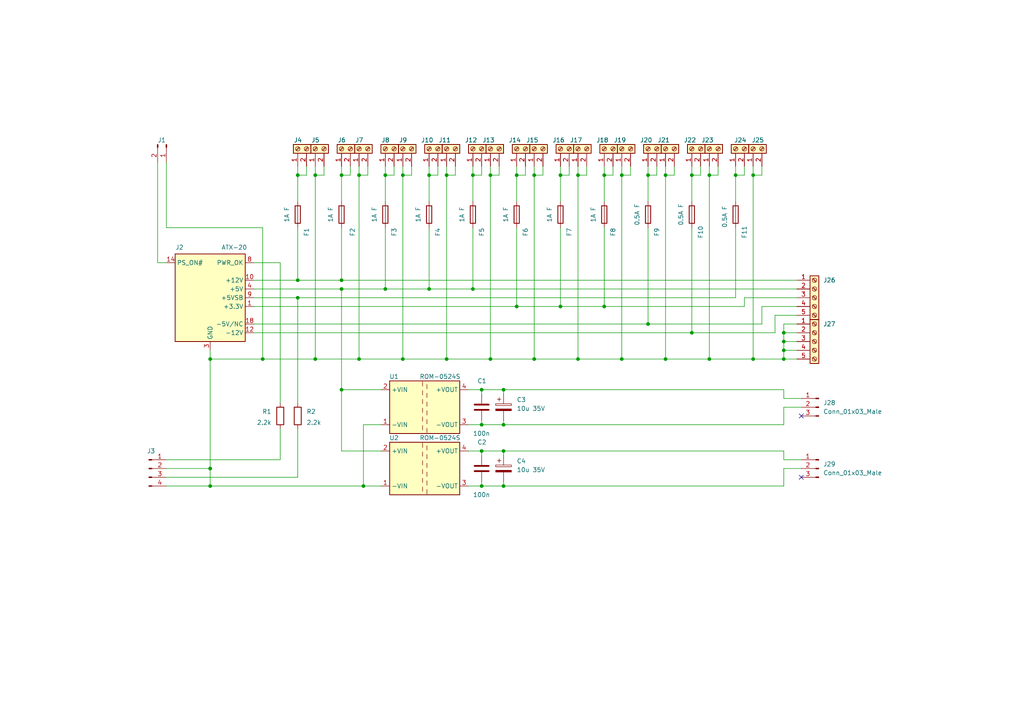
<source format=kicad_sch>
(kicad_sch (version 20211123) (generator eeschema)
  (paper "A4")
  (title_block (title "Power distribution module") (date "2025-03-16") (rev "1.0") (company "Pozsar Zsolt") (comment 1 "Zacchaeus Microcomputer"))
  (lib_symbols
    (symbol "Connector:ATX-20"
      (property "Reference" "J" (at -8.89 13.97 0))
      (property "Value" "ATX-20" (at 6.35 13.97 0))
      (symbol "ATX-20_0_1"
        (rectangle (start -10.16 12.7) (end 10.16 -12.7) (stroke (width 0.254)) (fill (type background)))
      )
      (symbol "ATX-20_1_1"
        (pin power_out line (at 12.7 -2.54 180) (length 2.54) (name "+3.3V") (number "1"))
        (pin power_out line (at 12.7 5.08 180) (length 2.54) (name "+12V") (number "10"))
        (pin passive line (at 12.7 -2.54 180) (length 2.54) hide (name "+3.3V") (number "11"))
        (pin power_out line (at 12.7 -10.16 180) (length 2.54) (name "-12V") (number "12"))
        (pin passive line (at 0 -15.24 90) (length 2.54) hide (name "GND") (number "13"))
        (pin open_collector line (at -12.7 10.16 0) (length 2.54) (name "PS_ON#") (number "14"))
        (pin passive line (at 0 -15.24 90) (length 2.54) hide (name "GND") (number "15"))
        (pin passive line (at 0 -15.24 90) (length 2.54) hide (name "GND") (number "16"))
        (pin passive line (at 0 -15.24 90) (length 2.54) hide (name "GND") (number "17"))
        (pin power_out line (at 12.7 -7.62 180) (length 2.54) (name "-5V/NC") (number "18"))
        (pin passive line (at 12.7 2.54 180) (length 2.54) hide (name "+5V") (number "19"))
        (pin passive line (at 12.7 -2.54 180) (length 2.54) hide (name "+3.3V") (number "2"))
        (pin passive line (at 12.7 2.54 180) (length 2.54) hide (name "+5V") (number "20"))
        (pin power_out line (at 0 -15.24 90) (length 2.54) (name "GND") (number "3"))
        (pin power_out line (at 12.7 2.54 180) (length 2.54) (name "+5V") (number "4"))
        (pin passive line (at 0 -15.24 90) (length 2.54) hide (name "GND") (number "5"))
        (pin passive line (at 12.7 2.54 180) (length 2.54) hide (name "+5V") (number "6"))
        (pin passive line (at 0 -15.24 90) (length 2.54) hide (name "GND") (number "7"))
        (pin output line (at 12.7 10.16 180) (length 2.54) (name "PWR_OK") (number "8"))
        (pin power_out line (at 12.7 0 180) (length 2.54) (name "+5VSB") (number "9"))
      )
    )
    (symbol "Connector:Conn_01x02_Male" (pin_names (offset 1.016) hide)
      (property "Reference" "J" (at 0 2.54 0))
      (property "Value" "Conn_01x02_Male" (at 0 -5.08 0))
      (symbol "Conn_01x02_Male_1_1"
        (polyline (pts (xy 1.27 -2.54) (xy 0.8636 -2.54)) (stroke (width 0.1524)))
        (polyline (pts (xy 1.27 0) (xy 0.8636 0)) (stroke (width 0.1524)))
        (rectangle (start 0.8636 -2.413) (end 0 -2.667) (stroke (width 0.1524)) (fill (type outline)))
        (rectangle (start 0.8636 0.127) (end 0 -0.127) (stroke (width 0.1524)) (fill (type outline)))
        (pin passive line (at 5.08 0 180) (length 3.81) (name "Pin_1") (number "1"))
        (pin passive line (at 5.08 -2.54 180) (length 3.81) (name "Pin_2") (number "2"))
      )
    )
    (symbol "Connector:Conn_01x03_Male" (pin_names (offset 1.016) hide)
      (property "Reference" "J" (at 0 5.08 0))
      (property "Value" "Conn_01x03_Male" (at 0 -5.08 0))
      (symbol "Conn_01x03_Male_1_1"
        (polyline (pts (xy 1.27 -2.54) (xy 0.8636 -2.54)) (stroke (width 0.1524)))
        (polyline (pts (xy 1.27 0) (xy 0.8636 0)) (stroke (width 0.1524)))
        (polyline (pts (xy 1.27 2.54) (xy 0.8636 2.54)) (stroke (width 0.1524)))
        (rectangle (start 0.8636 -2.413) (end 0 -2.667) (stroke (width 0.1524)) (fill (type outline)))
        (rectangle (start 0.8636 0.127) (end 0 -0.127) (stroke (width 0.1524)) (fill (type outline)))
        (rectangle (start 0.8636 2.667) (end 0 2.413) (stroke (width 0.1524)) (fill (type outline)))
        (pin passive line (at 5.08 2.54 180) (length 3.81) (name "Pin_1") (number "1"))
        (pin passive line (at 5.08 0 180) (length 3.81) (name "Pin_2") (number "2"))
        (pin passive line (at 5.08 -2.54 180) (length 3.81) (name "Pin_3") (number "3"))
      )
    )
    (symbol "Connector:Conn_01x04_Male" (pin_names (offset 1.016) hide)
      (property "Reference" "J" (at 0 5.08 0))
      (property "Value" "Conn_01x04_Male" (at 0 -7.62 0))
      (symbol "Conn_01x04_Male_1_1"
        (polyline (pts (xy 1.27 -5.08) (xy 0.8636 -5.08)) (stroke (width 0.1524)))
        (polyline (pts (xy 1.27 -2.54) (xy 0.8636 -2.54)) (stroke (width 0.1524)))
        (polyline (pts (xy 1.27 0) (xy 0.8636 0)) (stroke (width 0.1524)))
        (polyline (pts (xy 1.27 2.54) (xy 0.8636 2.54)) (stroke (width 0.1524)))
        (rectangle (start 0.8636 -4.953) (end 0 -5.207) (stroke (width 0.1524)) (fill (type outline)))
        (rectangle (start 0.8636 -2.413) (end 0 -2.667) (stroke (width 0.1524)) (fill (type outline)))
        (rectangle (start 0.8636 0.127) (end 0 -0.127) (stroke (width 0.1524)) (fill (type outline)))
        (rectangle (start 0.8636 2.667) (end 0 2.413) (stroke (width 0.1524)) (fill (type outline)))
        (pin passive line (at 5.08 2.54 180) (length 3.81) (name "Pin_1") (number "1"))
        (pin passive line (at 5.08 0 180) (length 3.81) (name "Pin_2") (number "2"))
        (pin passive line (at 5.08 -2.54 180) (length 3.81) (name "Pin_3") (number "3"))
        (pin passive line (at 5.08 -5.08 180) (length 3.81) (name "Pin_4") (number "4"))
      )
    )
    (symbol "Connector:Screw_Terminal_01x02" (pin_names (offset 1.016) hide)
      (property "Reference" "J" (at 0 2.54 0))
      (property "Value" "Screw_Terminal_01x02" (at 0 -5.08 0))
      (symbol "Screw_Terminal_01x02_1_1"
        (rectangle (start -1.27 1.27) (end 1.27 -3.81) (stroke (width 0.254)) (fill (type background)))
        (circle (center 0 -2.54) (radius 0.635) (stroke (width 0.1524)))
        (polyline (pts (xy -0.5334 -2.2098) (xy 0.3302 -3.048)) (stroke (width 0.1524)))
        (polyline (pts (xy -0.5334 0.3302) (xy 0.3302 -0.508)) (stroke (width 0.1524)))
        (polyline (pts (xy -0.3556 -2.032) (xy 0.508 -2.8702)) (stroke (width 0.1524)))
        (polyline (pts (xy -0.3556 0.508) (xy 0.508 -0.3302)) (stroke (width 0.1524)))
        (circle (center 0 0) (radius 0.635) (stroke (width 0.1524)))
        (pin passive line (at -5.08 0 0) (length 3.81) (name "Pin_1") (number "1"))
        (pin passive line (at -5.08 -2.54 0) (length 3.81) (name "Pin_2") (number "2"))
      )
    )
    (symbol "Connector:Screw_Terminal_01x05" (pin_names (offset 1.016) hide)
      (property "Reference" "J" (at 0 7.62 0))
      (property "Value" "Screw_Terminal_01x05" (at 0 -7.62 0))
      (symbol "Screw_Terminal_01x05_1_1"
        (rectangle (start -1.27 6.35) (end 1.27 -6.35) (stroke (width 0.254)) (fill (type background)))
        (circle (center 0 -5.08) (radius 0.635) (stroke (width 0.1524)))
        (circle (center 0 -2.54) (radius 0.635) (stroke (width 0.1524)))
        (polyline (pts (xy -0.5334 -4.7498) (xy 0.3302 -5.588)) (stroke (width 0.1524)))
        (polyline (pts (xy -0.5334 -2.2098) (xy 0.3302 -3.048)) (stroke (width 0.1524)))
        (polyline (pts (xy -0.5334 0.3302) (xy 0.3302 -0.508)) (stroke (width 0.1524)))
        (polyline (pts (xy -0.5334 2.8702) (xy 0.3302 2.032)) (stroke (width 0.1524)))
        (polyline (pts (xy -0.5334 5.4102) (xy 0.3302 4.572)) (stroke (width 0.1524)))
        (polyline (pts (xy -0.3556 -4.572) (xy 0.508 -5.4102)) (stroke (width 0.1524)))
        (polyline (pts (xy -0.3556 -2.032) (xy 0.508 -2.8702)) (stroke (width 0.1524)))
        (polyline (pts (xy -0.3556 0.508) (xy 0.508 -0.3302)) (stroke (width 0.1524)))
        (polyline (pts (xy -0.3556 3.048) (xy 0.508 2.2098)) (stroke (width 0.1524)))
        (polyline (pts (xy -0.3556 5.588) (xy 0.508 4.7498)) (stroke (width 0.1524)))
        (circle (center 0 0) (radius 0.635) (stroke (width 0.1524)))
        (circle (center 0 2.54) (radius 0.635) (stroke (width 0.1524)))
        (circle (center 0 5.08) (radius 0.635) (stroke (width 0.1524)))
        (pin passive line (at -5.08 5.08 0) (length 3.81) (name "Pin_1") (number "1"))
        (pin passive line (at -5.08 2.54 0) (length 3.81) (name "Pin_2") (number "2"))
        (pin passive line (at -5.08 0 0) (length 3.81) (name "Pin_3") (number "3"))
        (pin passive line (at -5.08 -2.54 0) (length 3.81) (name "Pin_4") (number "4"))
        (pin passive line (at -5.08 -5.08 0) (length 3.81) (name "Pin_5") (number "5"))
      )
    )
    (symbol "Device:C" (pin_numbers hide) (pin_names (offset 0.254))
      (property "Reference" "C" (at 0.635 2.54 0))
      (property "Value" "C" (at 0.635 -2.54 0))
      (symbol "C_0_1"
        (polyline (pts (xy -2.032 -0.762) (xy 2.032 -0.762)) (stroke (width 0.508)))
        (polyline (pts (xy -2.032 0.762) (xy 2.032 0.762)) (stroke (width 0.508)))
      )
      (symbol "C_1_1"
        (pin passive line (at 0 3.81 270) (length 2.794) (name "~") (number "1"))
        (pin passive line (at 0 -3.81 90) (length 2.794) (name "~") (number "2"))
      )
    )
    (symbol "Device:C_Polarized" (pin_numbers hide) (pin_names (offset 0.254))
      (property "Reference" "C" (at 0.635 2.54 0))
      (property "Value" "C_Polarized" (at 0.635 -2.54 0))
      (symbol "C_Polarized_0_1"
        (rectangle (start -2.286 0.508) (end 2.286 1.016))
        (polyline (pts (xy -1.778 2.286) (xy -0.762 2.286)))
        (polyline (pts (xy -1.27 2.794) (xy -1.27 1.778)))
        (rectangle (start 2.286 -0.508) (end -2.286 -1.016) (fill (type outline)))
      )
      (symbol "C_Polarized_1_1"
        (pin passive line (at 0 3.81 270) (length 2.794) (name "~") (number "1"))
        (pin passive line (at 0 -3.81 90) (length 2.794) (name "~") (number "2"))
      )
    )
    (symbol "Device:Fuse" (pin_numbers hide) (pin_names (offset 0))
      (property "Reference" "F" (at 2.032 0 90))
      (property "Value" "Fuse" (at -1.905 0 90))
      (symbol "Fuse_0_1"
        (rectangle (start -0.762 -2.54) (end 0.762 2.54) (stroke (width 0.254)))
        (polyline (pts (xy 0 2.54) (xy 0 -2.54)))
      )
      (symbol "Fuse_1_1"
        (pin passive line (at 0 3.81 270) (length 1.27) (name "~") (number "1"))
        (pin passive line (at 0 -3.81 90) (length 1.27) (name "~") (number "2"))
      )
    )
    (symbol "Device:R" (pin_numbers hide) (pin_names (offset 0))
      (property "Reference" "R" (at 2.032 0 90))
      (property "Value" "R" (at 0 0 90))
      (symbol "R_0_1"
        (rectangle (start -1.016 -2.54) (end 1.016 2.54) (stroke (width 0.254)))
      )
      (symbol "R_1_1"
        (pin passive line (at 0 3.81 270) (length 1.27) (name "~") (number "1"))
        (pin passive line (at 0 -3.81 90) (length 1.27) (name "~") (number "2"))
      )
    )
    (symbol "Regulator_Switching:CRE1S0505SC"
      (property "Reference" "U" (at -8.89 8.89 0))
      (property "Value" "CRE1S0505SC" (at 2.54 8.89 0))
      (symbol "CRE1S0505SC_0_1"
        (rectangle (start -10.16 7.62) (end 10.16 -7.62) (stroke (width 0.254)) (fill (type background)))
        (polyline (pts (xy -0.635 -5.334) (xy -0.635 -6.604)))
        (polyline (pts (xy -0.635 -2.794) (xy -0.635 -4.064)))
        (polyline (pts (xy -0.635 -0.254) (xy -0.635 -1.524)))
        (polyline (pts (xy -0.635 2.286) (xy -0.635 1.016)))
        (polyline (pts (xy -0.635 4.826) (xy -0.635 3.556)))
        (polyline (pts (xy -0.635 7.366) (xy -0.635 6.096)))
        (polyline (pts (xy 0.635 -7.366) (xy 0.635 -6.096)))
        (polyline (pts (xy 0.635 -4.826) (xy 0.635 -3.556)))
        (polyline (pts (xy 0.635 -2.286) (xy 0.635 -1.016)))
        (polyline (pts (xy 0.635 0.254) (xy 0.635 1.524)))
        (polyline (pts (xy 0.635 2.794) (xy 0.635 4.064)))
        (polyline (pts (xy 0.635 5.334) (xy 0.635 6.604)))
      )
      (symbol "CRE1S0505SC_1_1"
        (pin power_in line (at -12.7 -5.08 0) (length 2.54) (name "-VIN") (number "1"))
        (pin power_in line (at -12.7 5.08 0) (length 2.54) (name "+VIN") (number "2"))
        (pin power_out line (at 12.7 -5.08 180) (length 2.54) (name "-VOUT") (number "3"))
        (pin power_out line (at 12.7 5.08 180) (length 2.54) (name "+VOUT") (number "4"))
      )
    )
  )
  (junction (at 146.05 113.03))
  (junction (at 142.24 50.8))
  (junction (at 146.05 130.81))
  (junction (at 104.14 50.8))
  (junction (at 129.54 50.8))
  (junction (at 218.44 104.14))
  (junction (at 104.14 104.14))
  (junction (at 193.04 104.14))
  (junction (at 154.94 50.8))
  (junction (at 162.56 88.9))
  (junction (at 124.46 83.82))
  (junction (at 60.96 104.14))
  (junction (at 193.04 50.8))
  (junction (at 200.66 96.52))
  (junction (at 116.84 104.14))
  (junction (at 180.34 104.14))
  (junction (at 86.36 86.36))
  (junction (at 60.96 140.97))
  (junction (at 111.76 83.82))
  (junction (at 99.06 50.8))
  (junction (at 175.26 50.8))
  (junction (at 137.16 50.8))
  (junction (at 111.76 50.8))
  (junction (at 227.33 101.6))
  (junction (at 200.66 50.8))
  (junction (at 139.7 123.19))
  (junction (at 99.06 113.03))
  (junction (at 162.56 50.8))
  (junction (at 167.64 104.14))
  (junction (at 139.7 113.03))
  (junction (at 60.96 135.89))
  (junction (at 76.2 104.14))
  (junction (at 205.74 50.8))
  (junction (at 227.33 99.06))
  (junction (at 86.36 81.28))
  (junction (at 218.44 50.8))
  (junction (at 213.36 50.8))
  (junction (at 137.16 83.82))
  (junction (at 129.54 104.14))
  (junction (at 149.86 88.9))
  (junction (at 146.05 140.97))
  (junction (at 99.06 83.82))
  (junction (at 149.86 50.8))
  (junction (at 180.34 50.8))
  (junction (at 91.44 50.8))
  (junction (at 116.84 50.8))
  (junction (at 187.96 93.98))
  (junction (at 227.33 104.14))
  (junction (at 227.33 96.52))
  (junction (at 175.26 88.9))
  (junction (at 139.7 130.81))
  (junction (at 105.41 140.97))
  (junction (at 205.74 104.14))
  (junction (at 167.64 50.8))
  (junction (at 187.96 50.8))
  (junction (at 139.7 140.97))
  (junction (at 154.94 104.14))
  (junction (at 146.05 123.19))
  (junction (at 124.46 50.8))
  (junction (at 91.44 104.14))
  (junction (at 142.24 104.14))
  (junction (at 99.06 81.28))
  (junction (at 86.36 50.8))
  (no_connect (at 232.41 120.65))
  (no_connect (at 232.41 138.43))
  (wire (pts (xy 104.14 50.8) (xy 106.68 50.8)))
  (wire (pts (xy 48.26 133.35) (xy 81.28 133.35)))
  (wire (pts (xy 99.06 113.03) (xy 99.06 83.82)))
  (wire (pts (xy 227.33 135.89) (xy 232.41 135.89)))
  (wire (pts (xy 86.36 48.26) (xy 86.36 50.8)))
  (wire (pts (xy 81.28 76.2) (xy 81.28 116.84)))
  (wire (pts (xy 205.74 50.8) (xy 205.74 104.14)))
  (wire (pts (xy 101.6 50.8) (xy 101.6 48.26)))
  (wire (pts (xy 200.66 48.26) (xy 200.66 50.8)))
  (wire (pts (xy 227.33 96.52) (xy 231.14 96.52)))
  (wire (pts (xy 91.44 50.8) (xy 91.44 104.14)))
  (wire (pts (xy 86.36 50.8) (xy 88.9 50.8)))
  (wire (pts (xy 200.66 66.04) (xy 200.66 96.52)))
  (wire (pts (xy 162.56 50.8) (xy 165.1 50.8)))
  (wire (pts (xy 137.16 58.42) (xy 137.16 50.8)))
  (wire (pts (xy 137.16 83.82) (xy 137.16 66.04)))
  (wire (pts (xy 175.26 88.9) (xy 175.26 66.04)))
  (wire (pts (xy 86.36 86.36) (xy 213.36 86.36)))
  (wire (pts (xy 86.36 81.28) (xy 86.36 66.04)))
  (wire (pts (xy 142.24 50.8) (xy 142.24 104.14)))
  (wire (pts (xy 73.66 81.28) (xy 86.36 81.28)))
  (wire (pts (xy 227.33 104.14) (xy 231.14 104.14)))
  (wire (pts (xy 213.36 58.42) (xy 213.36 50.8)))
  (wire (pts (xy 215.9 88.9) (xy 215.9 86.36)))
  (wire (pts (xy 227.33 93.98) (xy 227.33 96.52)))
  (wire (pts (xy 99.06 81.28) (xy 99.06 66.04)))
  (wire (pts (xy 232.41 133.35) (xy 227.33 133.35)))
  (wire (pts (xy 149.86 58.42) (xy 149.86 50.8)))
  (wire (pts (xy 170.18 50.8) (xy 170.18 48.26)))
  (wire (pts (xy 142.24 104.14) (xy 154.94 104.14)))
  (wire (pts (xy 154.94 104.14) (xy 167.64 104.14)))
  (wire (pts (xy 135.89 130.81) (xy 139.7 130.81)))
  (wire (pts (xy 88.9 50.8) (xy 88.9 48.26)))
  (wire (pts (xy 48.26 140.97) (xy 60.96 140.97)))
  (wire (pts (xy 60.96 101.6) (xy 60.96 104.14)))
  (wire (pts (xy 124.46 83.82) (xy 124.46 66.04)))
  (wire (pts (xy 220.98 93.98) (xy 220.98 88.9)))
  (wire (pts (xy 129.54 50.8) (xy 129.54 104.14)))
  (wire (pts (xy 91.44 104.14) (xy 104.14 104.14)))
  (wire (pts (xy 227.33 99.06) (xy 231.14 99.06)))
  (wire (pts (xy 205.74 50.8) (xy 208.28 50.8)))
  (wire (pts (xy 99.06 83.82) (xy 111.76 83.82)))
  (wire (pts (xy 227.33 101.6) (xy 227.33 104.14)))
  (wire (pts (xy 142.24 50.8) (xy 144.78 50.8)))
  (wire (pts (xy 139.7 130.81) (xy 139.7 132.08)))
  (wire (pts (xy 227.33 99.06) (xy 227.33 101.6)))
  (wire (pts (xy 91.44 50.8) (xy 93.98 50.8)))
  (wire (pts (xy 81.28 124.46) (xy 81.28 133.35)))
  (wire (pts (xy 124.46 50.8) (xy 127 50.8)))
  (wire (pts (xy 105.41 123.19) (xy 105.41 140.97)))
  (wire (pts (xy 167.64 50.8) (xy 170.18 50.8)))
  (wire (pts (xy 227.33 133.35) (xy 227.33 130.81)))
  (wire (pts (xy 220.98 50.8) (xy 220.98 48.26)))
  (wire (pts (xy 203.2 50.8) (xy 203.2 48.26)))
  (wire (pts (xy 139.7 139.7) (xy 139.7 140.97)))
  (wire (pts (xy 218.44 48.26) (xy 218.44 50.8)))
  (wire (pts (xy 73.66 83.82) (xy 99.06 83.82)))
  (wire (pts (xy 193.04 50.8) (xy 193.04 104.14)))
  (wire (pts (xy 175.26 88.9) (xy 215.9 88.9)))
  (wire (pts (xy 73.66 93.98) (xy 187.96 93.98)))
  (wire (pts (xy 195.58 50.8) (xy 195.58 48.26)))
  (wire (pts (xy 60.96 140.97) (xy 60.96 135.89)))
  (wire (pts (xy 162.56 88.9) (xy 149.86 88.9)))
  (wire (pts (xy 146.05 123.19) (xy 227.33 123.19)))
  (wire (pts (xy 193.04 104.14) (xy 205.74 104.14)))
  (wire (pts (xy 45.72 76.2) (xy 45.72 46.99)))
  (wire (pts (xy 139.7 50.8) (xy 139.7 48.26)))
  (wire (pts (xy 187.96 48.26) (xy 187.96 50.8)))
  (wire (pts (xy 139.7 121.92) (xy 139.7 123.19)))
  (wire (pts (xy 81.28 76.2) (xy 73.66 76.2)))
  (wire (pts (xy 152.4 50.8) (xy 152.4 48.26)))
  (wire (pts (xy 139.7 123.19) (xy 146.05 123.19)))
  (wire (pts (xy 127 50.8) (xy 127 48.26)))
  (wire (pts (xy 76.2 66.04) (xy 76.2 104.14)))
  (wire (pts (xy 48.26 66.04) (xy 76.2 66.04)))
  (wire (pts (xy 48.26 76.2) (xy 45.72 76.2)))
  (wire (pts (xy 180.34 50.8) (xy 182.88 50.8)))
  (wire (pts (xy 99.06 50.8) (xy 101.6 50.8)))
  (wire (pts (xy 208.28 50.8) (xy 208.28 48.26)))
  (wire (pts (xy 162.56 58.42) (xy 162.56 50.8)))
  (wire (pts (xy 86.36 124.46) (xy 86.36 138.43)))
  (wire (pts (xy 218.44 50.8) (xy 218.44 104.14)))
  (wire (pts (xy 60.96 140.97) (xy 105.41 140.97)))
  (wire (pts (xy 218.44 104.14) (xy 227.33 104.14)))
  (wire (pts (xy 149.86 50.8) (xy 152.4 50.8)))
  (wire (pts (xy 99.06 48.26) (xy 99.06 50.8)))
  (wire (pts (xy 215.9 86.36) (xy 231.14 86.36)))
  (wire (pts (xy 227.33 115.57) (xy 227.33 113.03)))
  (wire (pts (xy 154.94 50.8) (xy 154.94 104.14)))
  (wire (pts (xy 146.05 113.03) (xy 227.33 113.03)))
  (wire (pts (xy 205.74 104.14) (xy 218.44 104.14)))
  (wire (pts (xy 177.8 50.8) (xy 177.8 48.26)))
  (wire (pts (xy 114.3 50.8) (xy 114.3 48.26)))
  (wire (pts (xy 137.16 48.26) (xy 137.16 50.8)))
  (wire (pts (xy 124.46 58.42) (xy 124.46 50.8)))
  (wire (pts (xy 48.26 135.89) (xy 60.96 135.89)))
  (wire (pts (xy 135.89 113.03) (xy 139.7 113.03)))
  (wire (pts (xy 146.05 140.97) (xy 227.33 140.97)))
  (wire (pts (xy 146.05 130.81) (xy 146.05 132.08)))
  (wire (pts (xy 73.66 86.36) (xy 86.36 86.36)))
  (wire (pts (xy 200.66 96.52) (xy 73.66 96.52)))
  (wire (pts (xy 60.96 104.14) (xy 76.2 104.14)))
  (wire (pts (xy 91.44 48.26) (xy 91.44 50.8)))
  (wire (pts (xy 190.5 50.8) (xy 190.5 48.26)))
  (wire (pts (xy 167.64 104.14) (xy 180.34 104.14)))
  (wire (pts (xy 132.08 50.8) (xy 132.08 48.26)))
  (wire (pts (xy 76.2 104.14) (xy 91.44 104.14)))
  (wire (pts (xy 139.7 130.81) (xy 146.05 130.81)))
  (wire (pts (xy 48.26 138.43) (xy 86.36 138.43)))
  (wire (pts (xy 227.33 140.97) (xy 227.33 135.89)))
  (wire (pts (xy 154.94 50.8) (xy 157.48 50.8)))
  (wire (pts (xy 149.86 48.26) (xy 149.86 50.8)))
  (wire (pts (xy 175.26 48.26) (xy 175.26 50.8)))
  (wire (pts (xy 106.68 50.8) (xy 106.68 48.26)))
  (wire (pts (xy 139.7 113.03) (xy 146.05 113.03)))
  (wire (pts (xy 146.05 113.03) (xy 146.05 114.3)))
  (wire (pts (xy 111.76 48.26) (xy 111.76 50.8)))
  (wire (pts (xy 175.26 58.42) (xy 175.26 50.8)))
  (wire (pts (xy 129.54 104.14) (xy 142.24 104.14)))
  (wire (pts (xy 162.56 66.04) (xy 162.56 88.9)))
  (wire (pts (xy 111.76 83.82) (xy 124.46 83.82)))
  (wire (pts (xy 200.66 58.42) (xy 200.66 50.8)))
  (wire (pts (xy 175.26 50.8) (xy 177.8 50.8)))
  (wire (pts (xy 111.76 50.8) (xy 114.3 50.8)))
  (wire (pts (xy 187.96 66.04) (xy 187.96 93.98)))
  (wire (pts (xy 213.36 48.26) (xy 213.36 50.8)))
  (wire (pts (xy 139.7 113.03) (xy 139.7 114.3)))
  (wire (pts (xy 119.38 50.8) (xy 119.38 48.26)))
  (wire (pts (xy 129.54 50.8) (xy 132.08 50.8)))
  (wire (pts (xy 213.36 86.36) (xy 213.36 66.04)))
  (wire (pts (xy 162.56 48.26) (xy 162.56 50.8)))
  (wire (pts (xy 60.96 135.89) (xy 60.96 104.14)))
  (wire (pts (xy 193.04 48.26) (xy 193.04 50.8)))
  (wire (pts (xy 99.06 81.28) (xy 231.14 81.28)))
  (wire (pts (xy 231.14 93.98) (xy 227.33 93.98)))
  (wire (pts (xy 48.26 46.99) (xy 48.26 66.04)))
  (wire (pts (xy 99.06 113.03) (xy 99.06 130.81)))
  (wire (pts (xy 86.36 86.36) (xy 86.36 116.84)))
  (wire (pts (xy 200.66 96.52) (xy 224.79 96.52)))
  (wire (pts (xy 187.96 58.42) (xy 187.96 50.8)))
  (wire (pts (xy 116.84 50.8) (xy 119.38 50.8)))
  (wire (pts (xy 224.79 91.44) (xy 224.79 96.52)))
  (wire (pts (xy 146.05 139.7) (xy 146.05 140.97)))
  (wire (pts (xy 110.49 130.81) (xy 99.06 130.81)))
  (wire (pts (xy 110.49 123.19) (xy 105.41 123.19)))
  (wire (pts (xy 227.33 101.6) (xy 231.14 101.6)))
  (wire (pts (xy 116.84 48.26) (xy 116.84 50.8)))
  (wire (pts (xy 218.44 50.8) (xy 220.98 50.8)))
  (wire (pts (xy 124.46 83.82) (xy 137.16 83.82)))
  (wire (pts (xy 142.24 48.26) (xy 142.24 50.8)))
  (wire (pts (xy 232.41 115.57) (xy 227.33 115.57)))
  (wire (pts (xy 193.04 50.8) (xy 195.58 50.8)))
  (wire (pts (xy 182.88 50.8) (xy 182.88 48.26)))
  (wire (pts (xy 137.16 50.8) (xy 139.7 50.8)))
  (wire (pts (xy 124.46 48.26) (xy 124.46 50.8)))
  (wire (pts (xy 157.48 50.8) (xy 157.48 48.26)))
  (wire (pts (xy 139.7 140.97) (xy 146.05 140.97)))
  (wire (pts (xy 104.14 104.14) (xy 116.84 104.14)))
  (wire (pts (xy 149.86 88.9) (xy 149.86 66.04)))
  (wire (pts (xy 220.98 88.9) (xy 231.14 88.9)))
  (wire (pts (xy 180.34 50.8) (xy 180.34 104.14)))
  (wire (pts (xy 144.78 50.8) (xy 144.78 48.26)))
  (wire (pts (xy 86.36 81.28) (xy 99.06 81.28)))
  (wire (pts (xy 167.64 48.26) (xy 167.64 50.8)))
  (wire (pts (xy 200.66 50.8) (xy 203.2 50.8)))
  (wire (pts (xy 110.49 140.97) (xy 105.41 140.97)))
  (wire (pts (xy 135.89 140.97) (xy 139.7 140.97)))
  (wire (pts (xy 227.33 118.11) (xy 232.41 118.11)))
  (wire (pts (xy 116.84 50.8) (xy 116.84 104.14)))
  (wire (pts (xy 137.16 83.82) (xy 231.14 83.82)))
  (wire (pts (xy 162.56 88.9) (xy 175.26 88.9)))
  (wire (pts (xy 187.96 50.8) (xy 190.5 50.8)))
  (wire (pts (xy 187.96 93.98) (xy 220.98 93.98)))
  (wire (pts (xy 99.06 58.42) (xy 99.06 50.8)))
  (wire (pts (xy 146.05 121.92) (xy 146.05 123.19)))
  (wire (pts (xy 110.49 113.03) (xy 99.06 113.03)))
  (wire (pts (xy 213.36 50.8) (xy 215.9 50.8)))
  (wire (pts (xy 111.76 83.82) (xy 111.76 66.04)))
  (wire (pts (xy 116.84 104.14) (xy 129.54 104.14)))
  (wire (pts (xy 227.33 123.19) (xy 227.33 118.11)))
  (wire (pts (xy 93.98 50.8) (xy 93.98 48.26)))
  (wire (pts (xy 86.36 58.42) (xy 86.36 50.8)))
  (wire (pts (xy 167.64 50.8) (xy 167.64 104.14)))
  (wire (pts (xy 215.9 50.8) (xy 215.9 48.26)))
  (wire (pts (xy 104.14 50.8) (xy 104.14 104.14)))
  (wire (pts (xy 73.66 88.9) (xy 149.86 88.9)))
  (wire (pts (xy 129.54 48.26) (xy 129.54 50.8)))
  (wire (pts (xy 111.76 58.42) (xy 111.76 50.8)))
  (wire (pts (xy 180.34 104.14) (xy 193.04 104.14)))
  (wire (pts (xy 205.74 48.26) (xy 205.74 50.8)))
  (wire (pts (xy 104.14 48.26) (xy 104.14 50.8)))
  (wire (pts (xy 146.05 130.81) (xy 227.33 130.81)))
  (wire (pts (xy 165.1 50.8) (xy 165.1 48.26)))
  (wire (pts (xy 224.79 91.44) (xy 231.14 91.44)))
  (wire (pts (xy 227.33 96.52) (xy 227.33 99.06)))
  (wire (pts (xy 154.94 48.26) (xy 154.94 50.8)))
  (wire (pts (xy 135.89 123.19) (xy 139.7 123.19)))
  (wire (pts (xy 180.34 48.26) (xy 180.34 50.8)))
  (symbol (lib_id "Device:R") (at 81.28 120.65 0) (unit 1)
    (property "Reference" "R1" (at 78.74 119.38 0) (effects (justify right)))
    (property "Value" "2.2k" (at 78.74 122.555 0) (effects (justify right)))
    (property "Footprint" "Resistor_THT:R_Axial_DIN0309_L9.0mm_D3.2mm_P12.70mm_Horizontal" (effects hide))
  )
  (symbol (lib_id "Connector:Screw_Terminal_01x05") (at 236.22 86.36 0) (unit 1)
    (property "Reference" "J26" (at 238.76 81.28 0) (effects (justify left)))
    (property "Value" "Screw_Terminal_01x05" (effects hide))
    (property "Footprint" "TerminalBlock:TerminalBlock_bornier-5_P5.08mm" (effects hide))
  )
  (symbol (lib_id "Device:C") (at 139.7 118.11 0) (unit 1)
    (property "Reference" "C1" (at 138.43 110.49 0) (effects (justify left)))
    (property "Value" "100n" (at 137.16 125.73 0) (effects (justify left)))
    (property "Footprint" "Capacitor_THT:C_Disc_D5.0mm_W2.5mm_P2.50mm" (effects hide))
  )
  (symbol (lib_id "Device:Fuse") (at 124.46 62.23 180) (unit 1)
    (property "Reference" "F4" (at 127 67.31 90))
    (property "Value" "1A F" (at 121.285 62.23 90))
    (property "Footprint" "Fuse:Fuseholder_Cylinder-5x20mm_Stelvio-Kontek_PTF78_Horizontal_Open" (effects hide))
  )
  (symbol (lib_id "Connector:Screw_Terminal_01x02") (at 86.36 43.18 90) (unit 1)
    (property "Reference" "J4" (at 87.63 40.64 90) (effects (justify left)))
    (property "Value" "Screw_Terminal_01x02" (effects hide))
    (property "Footprint" "TerminalBlock:TerminalBlock_bornier-2_P5.08mm" (effects hide))
  )
  (symbol (lib_id "Device:C_Polarized") (at 146.05 135.89 0) (unit 1)
    (property "Reference" "C4" (at 149.86 133.7309 0) (effects (justify left)))
    (property "Value" "10u 35V" (at 149.86 136.2709 0) (effects (justify left)))
    (property "Footprint" "Capacitor_THT:CP_Radial_Tantal_D4.5mm_P2.50mm" (effects hide))
  )
  (symbol (lib_id "Connector:Screw_Terminal_01x02") (at 111.76 43.18 90) (unit 1)
    (property "Reference" "J8" (at 113.03 40.64 90) (effects (justify left)))
    (property "Value" "Screw_Terminal_01x02" (effects hide))
    (property "Footprint" "TerminalBlock:TerminalBlock_bornier-2_P5.08mm" (effects hide))
  )
  (symbol (lib_id "Device:Fuse") (at 149.86 62.23 180) (unit 1)
    (property "Reference" "F6" (at 152.4 67.31 90))
    (property "Value" "1A F" (at 146.685 62.23 90))
    (property "Footprint" "Fuse:Fuseholder_Cylinder-5x20mm_Stelvio-Kontek_PTF78_Horizontal_Open" (effects hide))
  )
  (symbol (lib_id "Connector:Screw_Terminal_01x05") (at 236.22 99.06 0) (unit 1)
    (property "Reference" "J27" (at 238.76 93.98 0) (effects (justify left)))
    (property "Value" "Screw_Terminal_01x05" (effects hide))
    (property "Footprint" "TerminalBlock:TerminalBlock_bornier-5_P5.08mm" (effects hide))
  )
  (symbol (lib_id "Connector:Screw_Terminal_01x02") (at 142.24 43.18 90) (unit 1)
    (property "Reference" "J13" (at 143.51 40.64 90) (effects (justify left)))
    (property "Value" "Screw_Terminal_01x02" (effects hide))
    (property "Footprint" "TerminalBlock:TerminalBlock_bornier-2_P5.08mm" (effects hide))
  )
  (symbol (lib_id "Connector:Screw_Terminal_01x02") (at 129.54 43.18 90) (unit 1)
    (property "Reference" "J11" (at 130.81 40.64 90) (effects (justify left)))
    (property "Value" "Screw_Terminal_01x02" (effects hide))
    (property "Footprint" "TerminalBlock:TerminalBlock_bornier-2_P5.08mm" (effects hide))
  )
  (symbol (lib_id "Device:Fuse") (at 86.36 62.23 180) (unit 1)
    (property "Reference" "F1" (at 88.9 67.31 90))
    (property "Value" "1A F" (at 83.185 62.23 90))
    (property "Footprint" "Fuse:Fuseholder_Cylinder-5x20mm_Stelvio-Kontek_PTF78_Horizontal_Open" (effects hide))
  )
  (symbol (lib_id "Connector:Screw_Terminal_01x02") (at 91.44 43.18 90) (unit 1)
    (property "Reference" "J5" (at 92.71 40.64 90) (effects (justify left)))
    (property "Value" "Screw_Terminal_01x02" (effects hide))
    (property "Footprint" "TerminalBlock:TerminalBlock_bornier-2_P5.08mm" (effects hide))
  )
  (symbol (lib_id "Connector:Conn_01x02_Male") (at 48.26 41.91 270) (unit 1)
    (property "Reference" "J1" (at 45.72 40.64 90) (effects (justify left)))
    (property "Value" "Conn_01x02_Male" (effects hide))
    (property "Footprint" "Connector_PinHeader_2.54mm:PinHeader_1x02_P2.54mm_Vertical" (effects hide))
  )
  (symbol (lib_id "Connector:Screw_Terminal_01x02") (at 162.56 43.18 90) (unit 1)
    (property "Reference" "J16" (at 163.83 40.64 90) (effects (justify left)))
    (property "Value" "Screw_Terminal_01x02" (effects hide))
    (property "Footprint" "TerminalBlock:TerminalBlock_bornier-2_P5.08mm" (effects hide))
  )
  (symbol (lib_id "Connector:Conn_01x04_Male") (at 43.18 135.89 0) (unit 1)
    (property "Reference" "J3" (at 43.815 130.81 0))
    (property "Value" "Conn_01x04_Male" (effects hide))
    (property "Footprint" "Connector_PinHeader_2.54mm:PinHeader_1x04_P2.54mm_Vertical" (effects hide))
  )
  (symbol (lib_id "Connector:Screw_Terminal_01x02") (at 180.34 43.18 90) (unit 1)
    (property "Reference" "J19" (at 181.61 40.64 90) (effects (justify left)))
    (property "Value" "Screw_Terminal_01x02" (effects hide))
    (property "Footprint" "TerminalBlock:TerminalBlock_bornier-2_P5.08mm" (effects hide))
  )
  (symbol (lib_id "Device:R") (at 86.36 120.65 0) (unit 1)
    (property "Reference" "R2" (at 88.9 119.3799 0) (effects (justify left)))
    (property "Value" "2.2k" (at 88.9 122.555 0) (effects (justify left)))
    (property "Footprint" "Resistor_THT:R_Axial_DIN0309_L9.0mm_D3.2mm_P12.70mm_Horizontal" (effects hide))
  )
  (symbol (lib_id "Connector:Screw_Terminal_01x02") (at 218.44 43.18 90) (unit 1)
    (property "Reference" "J25" (at 221.615 40.64 90) (effects (justify left)))
    (property "Value" "Screw_Terminal_01x02" (effects hide))
    (property "Footprint" "TerminalBlock:TerminalBlock_bornier-2_P5.08mm" (effects hide))
  )
  (symbol (lib_id "Connector:Screw_Terminal_01x02") (at 154.94 43.18 90) (unit 1)
    (property "Reference" "J15" (at 156.21 40.64 90) (effects (justify left)))
    (property "Value" "Screw_Terminal_01x02" (effects hide))
    (property "Footprint" "TerminalBlock:TerminalBlock_bornier-2_P5.08mm" (effects hide))
  )
  (symbol (lib_id "Device:C_Polarized") (at 146.05 118.11 0) (unit 1)
    (property "Reference" "C3" (at 149.86 115.9509 0) (effects (justify left)))
    (property "Value" "10u 35V" (at 149.86 118.4909 0) (effects (justify left)))
    (property "Footprint" "Capacitor_THT:CP_Radial_Tantal_D4.5mm_P2.50mm" (effects hide))
  )
  (symbol (lib_id "Connector:ATX-20") (at 60.96 86.36 0) (unit 1)
    (property "Reference" "J2" (at 52.07 71.755 0))
    (property "Value" "ATX-20" (at 67.945 71.755 0))
    (property "Footprint" "Connector_Molex:Molex_Mini-Fit_Jr_5566-20A_2x10_P4.20mm_Vertical" (effects hide))
    (property "Datasheet" "https://web.aub.edu.lb/pub/docs/atx_201.pdf#page=20" (effects hide))
  )
  (symbol (lib_id "Connector:Screw_Terminal_01x02") (at 175.26 43.18 90) (unit 1)
    (property "Reference" "J18" (at 176.53 40.64 90) (effects (justify left)))
    (property "Value" "Screw_Terminal_01x02" (effects hide))
    (property "Footprint" "TerminalBlock:TerminalBlock_bornier-2_P5.08mm" (effects hide))
  )
  (symbol (lib_id "Connector:Screw_Terminal_01x02") (at 99.06 43.18 90) (unit 1)
    (property "Reference" "J6" (at 100.33 40.64 90) (effects (justify left)))
    (property "Value" "Screw_Terminal_01x02" (effects hide))
    (property "Footprint" "TerminalBlock:TerminalBlock_bornier-2_P5.08mm" (effects hide))
  )
  (symbol (lib_id "Device:Fuse") (at 111.76 62.23 180) (unit 1)
    (property "Reference" "F3" (at 114.3 67.31 90))
    (property "Value" "1A F" (at 108.585 62.23 90))
    (property "Footprint" "Fuse:Fuseholder_Cylinder-5x20mm_Stelvio-Kontek_PTF78_Horizontal_Open" (effects hide))
  )
  (symbol (lib_id "Device:Fuse") (at 200.66 62.23 180) (unit 1)
    (property "Reference" "F10" (at 203.2 67.31 90))
    (property "Value" "0.5A F" (at 197.485 62.23 90))
    (property "Footprint" "Fuse:Fuseholder_Cylinder-5x20mm_Stelvio-Kontek_PTF78_Horizontal_Open" (effects hide))
  )
  (symbol (lib_id "Connector:Screw_Terminal_01x02") (at 205.74 43.18 90) (unit 1)
    (property "Reference" "J23" (at 207.01 40.64 90) (effects (justify left)))
    (property "Value" "Screw_Terminal_01x02" (effects hide))
    (property "Footprint" "TerminalBlock:TerminalBlock_bornier-2_P5.08mm" (effects hide))
  )
  (symbol (lib_id "Connector:Screw_Terminal_01x02") (at 187.96 43.18 90) (unit 1)
    (property "Reference" "J20" (at 189.23 40.64 90) (effects (justify left)))
    (property "Value" "Screw_Terminal_01x02" (effects hide))
    (property "Footprint" "TerminalBlock:TerminalBlock_bornier-2_P5.08mm" (effects hide))
  )
  (symbol (lib_id "Connector:Screw_Terminal_01x02") (at 137.16 43.18 90) (unit 1)
    (property "Reference" "J12" (at 138.43 40.64 90) (effects (justify left)))
    (property "Value" "Screw_Terminal_01x02" (effects hide))
    (property "Footprint" "TerminalBlock:TerminalBlock_bornier-2_P5.08mm" (effects hide))
  )
  (symbol (lib_id "Connector:Screw_Terminal_01x02") (at 149.86 43.18 90) (unit 1)
    (property "Reference" "J14" (at 151.13 40.64 90) (effects (justify left)))
    (property "Value" "Screw_Terminal_01x02" (effects hide))
    (property "Footprint" "TerminalBlock:TerminalBlock_bornier-2_P5.08mm" (effects hide))
  )
  (symbol (lib_id "Connector:Screw_Terminal_01x02") (at 167.64 43.18 90) (unit 1)
    (property "Reference" "J17" (at 168.91 40.64 90) (effects (justify left)))
    (property "Value" "Screw_Terminal_01x02" (effects hide))
    (property "Footprint" "TerminalBlock:TerminalBlock_bornier-2_P5.08mm" (effects hide))
  )
  (symbol (lib_id "Device:Fuse") (at 162.56 62.23 180) (unit 1)
    (property "Reference" "F7" (at 165.1 67.31 90))
    (property "Value" "1A F" (at 159.385 62.23 90))
    (property "Footprint" "Fuse:Fuseholder_Cylinder-5x20mm_Stelvio-Kontek_PTF78_Horizontal_Open" (effects hide))
  )
  (symbol (lib_id "Connector:Screw_Terminal_01x02") (at 116.84 43.18 90) (unit 1)
    (property "Reference" "J9" (at 118.11 40.64 90) (effects (justify left)))
    (property "Value" "Screw_Terminal_01x02" (effects hide))
    (property "Footprint" "TerminalBlock:TerminalBlock_bornier-2_P5.08mm" (effects hide))
  )
  (symbol (lib_id "Device:Fuse") (at 99.06 62.23 180) (unit 1)
    (property "Reference" "F2" (at 102.235 67.31 90))
    (property "Value" "1A F" (at 95.885 62.23 90))
    (property "Footprint" "Fuse:Fuseholder_Cylinder-5x20mm_Stelvio-Kontek_PTF78_Horizontal_Open" (effects hide))
  )
  (symbol (lib_id "Connector:Screw_Terminal_01x02") (at 200.66 43.18 90) (unit 1)
    (property "Reference" "J22" (at 201.93 40.64 90) (effects (justify left)))
    (property "Value" "Screw_Terminal_01x02" (effects hide))
    (property "Footprint" "TerminalBlock:TerminalBlock_bornier-2_P5.08mm" (effects hide))
  )
  (symbol (lib_id "Connector:Screw_Terminal_01x02") (at 193.04 43.18 90) (unit 1)
    (property "Reference" "J21" (at 194.31 40.64 90) (effects (justify left)))
    (property "Value" "Screw_Terminal_01x02" (effects hide))
    (property "Footprint" "TerminalBlock:TerminalBlock_bornier-2_P5.08mm" (effects hide))
  )
  (symbol (lib_id "Connector:Screw_Terminal_01x02") (at 213.36 43.18 90) (unit 1)
    (property "Reference" "J24" (at 216.535 40.64 90) (effects (justify left)))
    (property "Value" "Screw_Terminal_01x02" (effects hide))
    (property "Footprint" "TerminalBlock:TerminalBlock_bornier-2_P5.08mm" (effects hide))
  )
  (symbol (lib_id "Regulator_Switching:CRE1S0505SC") (at 123.19 118.11 0) (unit 1)
    (property "Reference" "U1" (at 114.3 109.22 0))
    (property "Value" "ROM-0524S" (at 127.635 109.22 0))
    (property "Footprint" "Converter_DCDC:Converter_DCDC_Murata_CRE1xxxxxxSC_THT" (effects hide))
    (property "Datasheet" "http://power.murata.com/datasheet?/data/power/ncl/kdc_cre1.pdf" (effects hide))
  )
  (symbol (lib_id "Connector:Conn_01x03_Male") (at 237.49 118.11 0) (mirror y) (unit 1)
    (property "Reference" "J28" (at 238.76 116.8399 0) (effects (justify right)))
    (property "Value" "Conn_01x03_Male" (at 238.76 119.3799 0) (effects (justify right)))
    (property "Footprint" "Connector_PinHeader_2.54mm:PinHeader_1x03_P2.54mm_Vertical" (effects hide))
  )
  (symbol (lib_id "Device:Fuse") (at 187.96 62.23 180) (unit 1)
    (property "Reference" "F9" (at 190.5 67.31 90))
    (property "Value" "0.5A F" (at 184.785 62.23 90))
    (property "Footprint" "Fuse:Fuseholder_Cylinder-5x20mm_Stelvio-Kontek_PTF78_Horizontal_Open" (effects hide))
  )
  (symbol (lib_id "Connector:Conn_01x03_Male") (at 237.49 135.89 0) (mirror y) (unit 1)
    (property "Reference" "J29" (at 238.76 134.6199 0) (effects (justify right)))
    (property "Value" "Conn_01x03_Male" (at 238.76 137.1599 0) (effects (justify right)))
    (property "Footprint" "Connector_PinHeader_2.54mm:PinHeader_1x03_P2.54mm_Vertical" (effects hide))
  )
  (symbol (lib_id "Connector:Screw_Terminal_01x02") (at 104.14 43.18 90) (unit 1)
    (property "Reference" "J7" (at 105.41 40.64 90) (effects (justify left)))
    (property "Value" "Screw_Terminal_01x02" (effects hide))
    (property "Footprint" "TerminalBlock:TerminalBlock_bornier-2_P5.08mm" (effects hide))
  )
  (symbol (lib_id "Device:Fuse") (at 137.16 62.23 180) (unit 1)
    (property "Reference" "F5" (at 139.7 67.31 90))
    (property "Value" "1A F" (at 133.985 62.23 90))
    (property "Footprint" "Fuse:Fuseholder_Cylinder-5x20mm_Stelvio-Kontek_PTF78_Horizontal_Open" (effects hide))
  )
  (symbol (lib_id "Connector:Screw_Terminal_01x02") (at 124.46 43.18 90) (unit 1)
    (property "Reference" "J10" (at 125.73 40.64 90) (effects (justify left)))
    (property "Value" "Screw_Terminal_01x02" (effects hide))
    (property "Footprint" "TerminalBlock:TerminalBlock_bornier-2_P5.08mm" (effects hide))
  )
  (symbol (lib_id "Regulator_Switching:CRE1S0505SC") (at 123.19 135.89 0) (unit 1)
    (property "Reference" "U2" (at 114.3 127 0))
    (property "Value" "ROM-0524S" (at 127.635 127 0))
    (property "Footprint" "Converter_DCDC:Converter_DCDC_Murata_CRE1xxxxxxSC_THT" (effects hide))
    (property "Datasheet" "http://power.murata.com/datasheet?/data/power/ncl/kdc_cre1.pdf" (effects hide))
  )
  (symbol (lib_id "Device:C") (at 139.7 135.89 0) (unit 1)
    (property "Reference" "C2" (at 138.43 128.27 0) (effects (justify left)))
    (property "Value" "100n" (at 137.16 143.51 0) (effects (justify left)))
    (property "Footprint" "Capacitor_THT:C_Disc_D5.0mm_W2.5mm_P2.50mm" (effects hide))
  )
  (symbol (lib_id "Device:Fuse") (at 175.26 62.23 180) (unit 1)
    (property "Reference" "F8" (at 177.8 67.31 90))
    (property "Value" "1A F" (at 172.085 62.23 90))
    (property "Footprint" "Fuse:Fuseholder_Cylinder-5x20mm_Stelvio-Kontek_PTF78_Horizontal_Open" (effects hide))
  )
  (symbol (lib_id "Device:Fuse") (at 213.36 62.23 180) (unit 1)
    (property "Reference" "F11" (at 215.9 67.31 90))
    (property "Value" "0.5A F" (at 210.185 62.865 90))
    (property "Footprint" "Fuse:Fuseholder_Cylinder-5x20mm_Stelvio-Kontek_PTF78_Horizontal_Open" (effects hide))
  )
)
</source>
